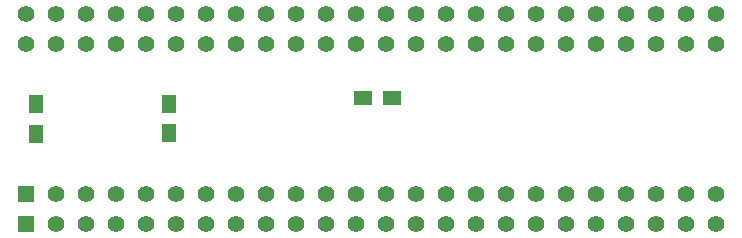
<source format=gbp>
G04 #@! TF.GenerationSoftware,KiCad,Pcbnew,5.1.5*
G04 #@! TF.CreationDate,2020-05-31T21:03:52+02:00*
G04 #@! TF.ProjectId,PIV_DeniseAdap,5049565f-4465-46e6-9973-65416461702e,rev?*
G04 #@! TF.SameCoordinates,Original*
G04 #@! TF.FileFunction,Paste,Bot*
G04 #@! TF.FilePolarity,Positive*
%FSLAX46Y46*%
G04 Gerber Fmt 4.6, Leading zero omitted, Abs format (unit mm)*
G04 Created by KiCad (PCBNEW 5.1.5) date 2020-05-31 21:03:52*
%MOMM*%
%LPD*%
G04 APERTURE LIST*
%ADD10R,1.250000X1.500000*%
%ADD11C,1.399540*%
%ADD12R,1.399540X1.399540*%
%ADD13R,1.500000X1.250000*%
G04 APERTURE END LIST*
D10*
X124079000Y-101580000D03*
X124079000Y-99080000D03*
D11*
X123190000Y-93980000D03*
X125730000Y-93980000D03*
X128270000Y-93980000D03*
X130810000Y-93980000D03*
X133350000Y-93980000D03*
X135890000Y-93980000D03*
X138430000Y-93980000D03*
X140970000Y-93980000D03*
X143510000Y-93980000D03*
X146050000Y-93980000D03*
X148590000Y-93980000D03*
X151130000Y-93980000D03*
X153670000Y-93980000D03*
X156210000Y-93980000D03*
X158750000Y-93980000D03*
X161290000Y-93980000D03*
X163830000Y-93980000D03*
X166370000Y-93980000D03*
X168910000Y-93980000D03*
X171450000Y-93980000D03*
X173990000Y-93980000D03*
X176530000Y-93980000D03*
X179070000Y-93980000D03*
X181610000Y-93980000D03*
X181610000Y-109220000D03*
X179070000Y-109220000D03*
X176530000Y-109220000D03*
X173990000Y-109220000D03*
X171450000Y-109220000D03*
X168910000Y-109220000D03*
X166370000Y-109220000D03*
X163830000Y-109220000D03*
X161290000Y-109220000D03*
X158750000Y-109220000D03*
X156210000Y-109220000D03*
X153670000Y-109220000D03*
X151130000Y-109220000D03*
X148590000Y-109220000D03*
X146050000Y-109220000D03*
X143510000Y-109220000D03*
X140970000Y-109220000D03*
X138430000Y-109220000D03*
X135890000Y-109220000D03*
X133350000Y-109220000D03*
X130810000Y-109220000D03*
X128270000Y-109220000D03*
X125730000Y-109220000D03*
D12*
X123190000Y-109220000D03*
D11*
X123190000Y-91440000D03*
X125730000Y-91440000D03*
X128270000Y-91440000D03*
X130810000Y-91440000D03*
X133350000Y-91440000D03*
X135890000Y-91440000D03*
X138430000Y-91440000D03*
X140970000Y-91440000D03*
X143510000Y-91440000D03*
X146050000Y-91440000D03*
X148590000Y-91440000D03*
X151130000Y-91440000D03*
X153670000Y-91440000D03*
X156210000Y-91440000D03*
X158750000Y-91440000D03*
X161290000Y-91440000D03*
X163830000Y-91440000D03*
X166370000Y-91440000D03*
X168910000Y-91440000D03*
X171450000Y-91440000D03*
X173990000Y-91440000D03*
X176530000Y-91440000D03*
X179070000Y-91440000D03*
X181610000Y-91440000D03*
X181610000Y-106680000D03*
X179070000Y-106680000D03*
X176530000Y-106680000D03*
X173990000Y-106680000D03*
X171450000Y-106680000D03*
X168910000Y-106680000D03*
X166370000Y-106680000D03*
X163830000Y-106680000D03*
X161290000Y-106680000D03*
X158750000Y-106680000D03*
X156210000Y-106680000D03*
X153670000Y-106680000D03*
X151130000Y-106680000D03*
X148590000Y-106680000D03*
X146050000Y-106680000D03*
X143510000Y-106680000D03*
X140970000Y-106680000D03*
X138430000Y-106680000D03*
X135890000Y-106680000D03*
X133350000Y-106680000D03*
X130810000Y-106680000D03*
X128270000Y-106680000D03*
X125730000Y-106680000D03*
D12*
X123190000Y-106680000D03*
D13*
X154221500Y-98552000D03*
X151721500Y-98552000D03*
D10*
X135318500Y-101516500D03*
X135318500Y-99016500D03*
M02*

</source>
